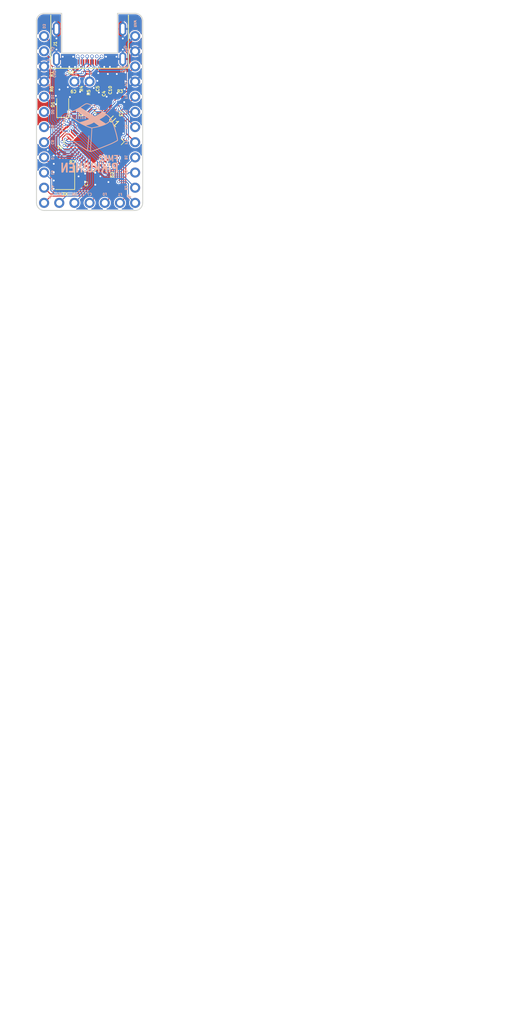
<source format=kicad_pcb>
(kicad_pcb (version 20210623) (generator pcbnew)
  (title_block (title "FMKC Pro Micro") (date "2021-08-29") (rev "C"))
  (layers (0 "F.Cu" signal) (31 "B.Cu" signal) (34 "B.Paste" user) (35 "F.Paste" user) (36 "B.SilkS" user "B.Silkscreen") (37 "F.SilkS" user "F.Silkscreen") (38 "B.Mask" user) (39 "F.Mask" user) (44 "Edge.Cuts" user))
  (net 0 "")
  (net 1 "VCC")
  (net 2 "GND")
  (net 3 "Net-(C8-Pad1)")
  (net 4 "Net-(C9-Pad1)")
  (net 5 "Net-(J1-PadA5)")
  (net 6 "Net-(J1-PadB5)")
  (net 7 "/RESET")
  (net 8 "/PF4")
  (net 9 "/PF5")
  (net 10 "/PF6")
  (net 11 "/PF7")
  (net 12 "/PB1")
  (net 13 "/PB3")
  (net 14 "/PB2")
  (net 15 "/PB6")
  (net 16 "/PB5")
  (net 17 "/PB4")
  (net 18 "/PE6")
  (net 19 "/PD7")
  (net 20 "/PC6")
  (net 21 "/PD4")
  (net 22 "/PD0")
  (net 23 "/PD1")
  (net 24 "/PD2")
  (net 25 "/PD3")
  (net 26 "/PF1")
  (net 27 "/PF0")
  (net 28 "/PC7")
  (net 29 "/PB7")
  (net 30 "/D-")
  (net 31 "/D+")
  (net 32 "Net-(C7-Pad1)")
  (net 33 "Net-(R4-Pad1)")
  (net 34 "Net-(R5-Pad1)")
  (net 35 "Net-(C10-Pad1)")
  (net 36 "VBUS")
  (net 37 "Net-(J1-PadA8)")
  (net 38 "Net-(J1-PadA10)")
  (net 39 "Net-(J1-PadA11)")
  (net 40 "Net-(J1-PadB3)")
  (net 41 "Net-(J1-PadB2)")
  (net 42 "Net-(J1-PadA3)")
  (net 43 "Net-(J1-PadA2)")
  (net 44 "Net-(J1-PadB10)")
  (net 45 "Net-(J1-PadB11)")
  (net 46 "Net-(J1-PadB8)")
  (net 47 "/PD5")
  (net 48 "Net-(U1-Pad8)")
  (net 49 "Net-(U1-Pad26)")
  (footprint "Capacitor_SMD:C_0402_1005Metric" (layer "F.Cu") (at 25.3 48.2)
    (fp_text reference "C8")
    (fp_text value "22p")
  )
  (footprint "Capacitor_SMD:C_0402_1005Metric" (layer "F.Cu") (at 28.3 52 90)
    (fp_text reference "C7")
    (fp_text value "22p")
  )
  (footprint "Crystal:Crystal_SMD_SeikoEpson_FA238-4Pin_3.2x2.5mm" (layer "F.Cu") (at 25.9 51 90)
    (fp_text reference "X1")
    (fp_text value "16MHz")
  )
  (footprint "Resistor_SMD:R_0402_1005Metric" (layer "F.Cu") (at 28.65 37.85 90)
    (fp_text reference "R4")
    (fp_text value "22")
  )
  (footprint "Resistor_SMD:R_0402_1005Metric" (layer "F.Cu") (at 29.85 38.5 90)
    (fp_text reference "R5")
    (fp_text value "22")
  )
  (footprint "Resistor_SMD:R_0402_1005Metric" (layer "F.Cu") (at 25.15 35.5)
    (fp_text reference "R6")
    (fp_text value "10k")
  )
  (footprint "Capacitor_SMD:C_0402_1005Metric" (layer "F.Cu") (at 27.45 38.1 90)
    (fp_text reference "C9")
    (fp_text value "1u")
  )
  (footprint "Capacitor_SMD:C_0402_1005Metric" (layer "F.Cu") (at 32.25 38.75 90)
    (fp_text reference "C4")
    (fp_text value "0u1")
  )
  (footprint "Diode_SMD:D_PowerDI-123" (layer "F.Cu") (at 25.5 38.75 90)
    (fp_text reference "D1")
    (fp_text value "D_Schottky")
  )
  (footprint "Capacitor_SMD:C_0402_1005Metric" (layer "F.Cu") (at 27.4 40.3 90)
    (fp_text reference "C6")
    (fp_text value "4u7")
  )
  (footprint "Resistor_SMD:R_0402_1005Metric" (layer "F.Cu") (at 35.1 37.6)
    (fp_text reference "R3")
    (fp_text value "10k")
  )
  (footprint "usb-type-c:CX70M-24P1" (layer "F.Cu") (at 30 23.49 90)
    (fp_text reference "J1")
    (fp_text value "USB-C")
    (fp_line (start -6.65 4.67) (end -6.65 -4.67) (layer "Edge.Cuts") (width 0.15))
    (fp_line (start 0 -4.67) (end 0 -7.62) (layer "Edge.Cuts") (width 0.15))
    (fp_line (start 0 7.62) (end 0 4.67) (layer "Edge.Cuts") (width 0.15))
    (fp_line (start 0 4.67) (end -6.65 4.67) (layer "Edge.Cuts") (width 0.15))
    (fp_line (start -6.65 -4.67) (end 0 -4.67) (layer "Edge.Cuts") (width 0.15))
  )
  (footprint "pins:Pins5" (layer "F.Cu") (at 35.08 55.24 -90)
    (fp_text reference "J5" hide)
    (fp_text value "01x05" hide)
  )
  (footprint "pins:Pins2" (layer "F.Cu") (at 27.46 34.92 90)
    (fp_text reference "J2" hide)
    (fp_text value "01x02" hide)
  )
  (footprint "pins:Pins12" (layer "F.Cu") (at 22.38 55.24 180)
    (fp_text reference "J4" hide)
    (fp_text value "01x12" hide)
  )
  (footprint "pins:Pins12" (layer "F.Cu") (at 37.62 27.3)
    (fp_text reference "J3" hide)
    (fp_text value "01x12" hide)
  )
  (footprint "Resistor_SMD:R_0402_1005Metric" (layer "F.Cu") (at 25.15 33.1)
    (fp_text reference "R2")
    (fp_text value "5k1")
  )
  (footprint "Resistor_SMD:R_0402_1005Metric" (layer "F.Cu") (at 25.15 34.3)
    (fp_text reference "R1")
    (fp_text value "5k1")
  )
  (footprint "fmkc:QFN-44-1EP_7x7mm_P0.5mm_EP5.2x5.2mm_FORK" (layer "F.Cu") (at 30.7 45 -45)
    (fp_text reference "U1")
    (fp_text value "ATmega32U4")
  )
  (footprint "Capacitor_SMD:C_0402_1005Metric" (layer "F.Cu") (at 31.05 37.9 90)
    (fp_text reference "C5")
    (fp_text value "0u1")
  )
  (footprint "Capacitor_SMD:C_0402_1005Metric" (layer "F.Cu") (at 35.2 42.1 -90)
    (fp_text reference "C3")
    (fp_text value "0u1")
  )
  (footprint "Capacitor_SMD:C_0402_1005Metric" (layer "F.Cu") (at 32.55 50.55 -90)
    (fp_text reference "C2")
    (fp_text value "0u1")
  )
  (footprint "Capacitor_SMD:C_0402_1005Metric" (layer "F.Cu") (at 25.3 47 180)
    (fp_text reference "C1")
    (fp_text value "0u1")
  )
  (footprint "Capacitor_SMD:C_0402_1005Metric" (layer "F.Cu") (at 33.45 38.55 90)
    (fp_text reference "C10")
    (fp_text value "0u1")
  )
  (footprint "fmkc:pikkuinen" (layer "B.Cu") (at 30.01 41.32 180)
    (fp_text reference "G***" hide)
    (fp_text value "LOGO" hide)
  )
  (gr_line (start 23.4468 35.9868) (end 23.4468 31.3132) (angle 90) (layer "B.SilkS") (width 0.15))
  (gr_line (start 36.604 32.4816) (end 34.572 32.4816) (angle 90) (layer "B.SilkS") (width 0.15))
  (gr_line (start 23.4468 31.3132) (end 22.888 31.3132) (angle 90) (layer "B.SilkS") (width 0.15))
  (gr_line (start 22.888 35.5868) (end 23.4468 35.5868) (angle 90) (layer "B.SilkS") (width 0.15))
  (gr_arc (start 22.38 55.24) (end 22.38 56.51) (angle 90) (layer "Edge.Cuts") (width 0.15))
  (gr_arc (start 37.62 24.76) (end 37.62 23.49) (angle 90) (layer "Edge.Cuts") (width 0.15))
  (gr_line (start 21.11 24.76) (end 21.11 55.24) (angle 90) (layer "Edge.Cuts") (width 0.15))
  (gr_arc (start 37.62 55.24) (end 38.89 55.24) (angle 90) (layer "Edge.Cuts") (width 0.15))
  (gr_line (start 38.89 55.24) (end 38.89 24.76) (angle 90) (layer "Edge.Cuts") (width 0.15))
  (gr_line (start 22.38 56.51) (end 37.62 56.51) (angle 90) (layer "Edge.Cuts") (width 0.15))
  (gr_arc (start 22.38 24.76) (end 21.11 24.76) (angle 90) (layer "Edge.Cuts") (width 0.15))
  (gr_text "F0" (at 32.54 53.8176) (layer "B.SilkS") (effects (font (size 0.4 0.4) (thickness 0.1)) (justify mirror)))
  (gr_text "E6" (at 23.8024 50.16 270) (layer "B.SilkS") (effects (font (size 0.4 0.4) (thickness 0.1)) (justify mirror)))
  (gr_text "B5" (at 23.14 54.5 45) (layer "B.SilkS") (effects (font (size 0.4 0.4) (thickness 0.1)) (justify right mirror)))
  (gr_text "B2" (at 36.09 52.71 270) (layer "B.SilkS") (effects (font (size 0.4 0.4) (thickness 0.1)) (justify mirror)))
  (gr_text "B3" (at 36.096 50.16 270) (layer "B.SilkS") (effects (font (size 0.4 0.4) (thickness 0.1)) (justify mirror)))
  (gr_text "D1" (at 23.8024 37.46 270) (layer "B.SilkS") (effects (font (size 0.4 0.4) (thickness 0.1)) (justify mirror)))
  (gr_text "D2" (at 23.523 29.84 240) (layer "B.SilkS") (effects (font (size 0.4 0.4) (thickness 0.1)) (justify left mirror)))
  (gr_text "GND" (at 24.1072 33.65 270) (layer "B.SilkS") (effects (font (size 0.4 0.4) (thickness 0.1)) (justify mirror)))
  (gr_text "D4" (at 23.8024 42.54 270) (layer "B.SilkS") (effects (font (size 0.4 0.4) (thickness 0.1)) (justify mirror)))
  (gr_text "D7" (at 23.8024 47.62 270) (layer "B.SilkS") (effects (font (size 0.4 0.4) (thickness 0.1)) (justify mirror)))
  (gr_text "D0" (at 23.8024 40 270) (layer "B.SilkS") (effects (font (size 0.4 0.4) (thickness 0.1)) (justify mirror)))
  (gr_text "D+" (at 27.46 33.5484) (layer "B.SilkS") (effects (font (size 0.4 0.4) (thickness 0.1)) (justify mirror)))
  (gr_text "GND" (at 36.4516 30.0432 300) (layer "B.SilkS") (effects (font (size 0.4 0.4) (thickness 0.1)) (justify left mirror)))
  (gr_text "RST" (at 35.6388 33.1928) (layer "B.SilkS") (effects (font (size 0.4 0.4) (thickness 0.1)) (justify mirror)))
  (gr_text "C6" (at 23.8024 45.08 270) (layer "B.SilkS") (effects (font (size 0.4 0.4) (thickness 0.1)) (justify mirror)))
  (gr_text "VCC" (at 36.096 35.174 270) (layer "B.SilkS") (effects (font (size 0.4 0.4) (thickness 0.1)) (justify mirror)))
  (gr_text "F4" (at 36.096 37.46 270) (layer "B.SilkS") (effects (font (size 0.4 0.4) (thickness 0.1)) (justify mirror)))
  (gr_text "F5" (at 36.096 40 270) (layer "B.SilkS") (effects (font (size 0.4 0.4) (thickness 0.1)) (justify mirror)))
  (gr_text "F6" (at 36.096 42.4892 270) (layer "B.SilkS") (effects (font (size 0.4 0.4) (thickness 0.1)) (justify mirror)))
  (gr_text "F7" (at 36.096 45.08 270) (layer "B.SilkS") (effects (font (size 0.4 0.4) (thickness 0.1)) (justify mirror)))
  (gr_text "B1" (at 36.096 47.62 270) (layer "B.SilkS") (effects (font (size 0.4 0.4) (thickness 0.1)) (justify mirror)))
  (gr_text "D-" (at 30 33.5484) (layer "B.SilkS") (effects (font (size 0.4 0.4) (thickness 0.1)) (justify mirror)))
  (gr_text "C7" (at 30 53.8176) (layer "B.SilkS") (effects (font (size 0.4 0.4) (thickness 0.1)) (justify mirror)))
  (gr_text "D3" (at 22.38 25.649 270) (layer "B.SilkS") (effects (font (size 0.4 0.4) (thickness 0.1)) (justify mirror)))
  (gr_text "B4" (at 23.8 52.68 270) (layer "B.SilkS") (effects (font (size 0.4 0.4) (thickness 0.1)) (justify mirror)))
  (gr_text "B6" (at 36.88 54.5 315) (layer "B.SilkS") (effects (font (size 0.4 0.4) (thickness 0.1)) (justify left mirror)))
  (gr_text "F1" (at 35.09 53.85) (layer "B.SilkS") (effects (font (size 0.4 0.4) (thickness 0.1)) (justify mirror)))
  (gr_text "D6" (at 27.46 53.8176) (layer "B.SilkS") (effects (font (size 0.4 0.4) (thickness 0.1)) (justify mirror)))
  (gr_text "B7" (at 24.92 53.8176) (layer "B.SilkS") (effects (font (size 0.4 0.4) (thickness 0.1)) (justify mirror)))
  (gr_text "RAW" (at 37.62 25.2172 270) (layer "B.SilkS") (effects (font (size 0.4 0.4) (thickness 0.1)) (justify mirror)))
  (segment (start 33.25 49.4) (end 33.45 49.2) (width 0.16) (layer "F.Cu") (net 1))
  (segment (start 31.05 40.612384) (end 30.85 40.4) (width 0.16) (layer "F.Cu") (net 1))
  (segment (start 35.215 41.615) (end 35.2 41.615) (width 0.16) (layer "F.Cu") (net 1))
  (segment (start 32.55 50.065) (end 32.55 49.678427) (width 0.16) (layer "F.Cu") (net 1))
  (segment (start 35.585 37.6) (end 35.585 38.135) (width 0.16) (layer "F.Cu") (net 1))
  (segment (start 30.9 40.45) (end 31.05 40.612384) (width 0.16) (layer "F.Cu") (net 1))
  (segment (start 35.35 43.885534) (end 34.836575 44.398959) (width 0.16) (layer "F.Cu") (net 1))
  (segment (start 32.271573 49.4) (end 31.654594 48.783021) (width 0.16) (layer "F.Cu") (net 1))
  (segment (start 35.8 42.2) (end 35.215 41.615) (width 0.16) (layer "F.Cu") (net 1))
  (segment (start 35.585 38.135) (end 35.8 38.35) (width 0.16) (layer "F.Cu") (net 1))
  (segment (start 26 42.65) (end 24.5 44.15) (width 0.31) (layer "F.Cu") (net 1))
  (segment (start 31.05 40.6) (end 30.85 40.4) (width 0.16) (layer "F.Cu") (net 1))
  (segment (start 25.5 39.6) (end 25.5 40.05) (width 0.31) (layer "F.Cu") (net 1))
  (segment (start 32.25 39.65) (end 32.25 39.235) (width 0.16) (layer "F.Cu") (net 1))
  (segment (start 24.5 44.15) (end 24.5 45.7) (width 0.31) (layer "F.Cu") (net 1))
  (segment (start 35.364466 43.885534) (end 35.65 43.6) (width 0.16) (layer "F.Cu") (net 1))
  (segment (start 24.5 45.7) (end 25.785 46.985) (width 0.31) (layer "F.Cu") (net 1))
  (segment (start 35.8 43.45) (end 35.8 42.2) (width 0.16) (layer "F.Cu") (net 1))
  (segment (start 26.05 42.6) (end 26.2 42.6) (width 0.31) (layer "F.Cu") (net 1))
  (segment (start 31.673021 48.793021) (end 31.654594 48.793021) (width 0.16) (layer "F.Cu") (net 1))
  (segment (start 31.05 40.612384) (end 31.05 40.6) (width 0.16) (layer "F.Cu") (net 1))
  (segment (start 25.785 46.985) (end 25.785 47) (width 0.31) (layer "F.Cu") (net 1))
  (segment (start 33.25 49.4) (end 32.271573 49.4) (width 0.16) (layer "F.Cu") (net 1))
  (segment (start 31.75 40.15) (end 32.25 39.65) (width 0.16) (layer "F.Cu") (net 1))
  (segment (start 30.9 40.45) (end 31.2 40.15) (width 0.16) (layer "F.Cu") (net 1))
  (segment (start 26.57868 47) (end 25.785 47) (width 0.16) (layer "F.Cu") (net 1))
  (segment (start 30.9 40.45) (end 31.301041 40.863425) (width 0.16) (layer "F.Cu") (net 1))
  (segment (start 27.270532 46.308148) (end 26.57868 47) (width 0.16) (layer "F.Cu") (net 1))
  (segment (start 25.5 40.05) (end 26.8 41.35) (width 0.31) (layer "F.Cu") (net 1))
  (segment (start 26.8 42) (end 26.8 41.35) (width 0.31) (layer "F.Cu") (net 1))
  (segment (start 26.2 42.6) (end 26.75 42.05) (width 0.31) (layer "F.Cu") (net 1))
  (segment (start 35.35 43.885534) (end 35.364466 43.885534) (width 0.16) (layer "F.Cu") (net 1))
  (segment (start 32.55 49.678427) (end 32.271573 49.4) (width 0.16) (layer "F.Cu") (net 1))
  (segment (start 26.75 42.05) (end 26.8 42) (width 0.31) (layer "F.Cu") (net 1))
  (segment (start 31.2 40.15) (end 31.75 40.15) (width 0.16) (layer "F.Cu") (net 1))
  (segment (start 25.785 47) (end 25.7 47) (width 0.16) (layer "F.Cu") (net 1))
  (segment (start 30.9 40.45) (end 31.05 40.6) (width 0.16) (layer "F.Cu") (net 1))
  (segment (start 26 42.65) (end 26.05 42.6) (width 0.31) (layer "F.Cu") (net 1))
  (segment (start 35.65 43.6) (end 35.8 43.45) (width 0.16) (layer "F.Cu") (net 1))
  (via (at 35.8 38.35) (size 0.5) (drill 0.3) (layers "F.Cu" "B.Cu") (net 1))
  (via (at 33.45 49.2) (size 0.5) (drill 0.3) (layers "F.Cu" "B.Cu") (net 1))
  (via (at 35.65 43.6) (size 0.5) (drill 0.3) (layers "F.Cu" "B.Cu") (net 1))
  (via (at 30.9 40.45) (size 0.5) (drill 0.3) (layers "F.Cu" "B.Cu") (net 1))
  (via (at 26.8 41.35) (size 0.5) (drill 0.3) (layers "F.Cu" "B.Cu") (net 1))
  (segment (start 36.45 36.9) (end 36.45 36.09) (width 0.31) (layer "B.Cu") (net 1))
  (segment (start 30.9 40.45) (end 32.9 40.45) (width 0.31) (layer "B.Cu") (net 1))
  (segment (start 34.25 44.9) (end 35.55 43.6) (width 0.31) (layer "B.Cu") (net 1))
  (segment (start 30.9 40.45) (end 34.05 43.6) (width 0.31) (layer "B.Cu") (net 1))
  (segment (start 30 41.35) (end 30.9 40.45) (width 0.31) (layer "B.Cu") (net 1))
  (segment (start 33.45 49.2) (end 33.6 49.2) (width 0.31) (layer "B.Cu") (net 1))
  (segment (start 35.8 38.35) (end 35 38.35) (width 0.16) (layer "B.Cu") (net 1))
  (segment (start 36.45 36.09) (end 37.62 34.92) (width 0.31) (layer "B.Cu") (net 1))
  (segment (start 34.05 43.6) (end 35.65 43.6) (width 0.31) (layer "B.Cu") (net 1))
  (segment (start 33.6 49.2) (end 34.25 48.55) (width 0.31) (layer "B.Cu") (net 1))
  (segment (start 26.8 41.35) (end 30 41.35) (width 0.31) (layer "B.Cu") (net 1))
  (segment (start 32.9 40.45) (end 35 38.35) (width 0.31) (layer "B.Cu") (net 1))
  (segment (start 35 38.35) (end 36.45 36.9) (width 0.31) (layer "B.Cu") (net 1))
  (segment (start 35.55 43.6) (end 35.65 43.6) (width 0.31) (layer "B.Cu") (net 1))
  (segment (start 34.25 48.55) (end 34.25 44.9) (width 0.31) (layer "B.Cu") (net 1))
  (segment (start 35.55 29.55) (end 35.55 27.7) (width 0.16) (layer "F.Cu") (net 2))
  (segment (start 35.55 27.7) (end 35.55 26.09) (width 0.16) (layer "F.Cu") (net 2))
  (segment (start 24.45 27.7) (end 24.45 26.09) (width 0.16) (layer "F.Cu") (net 2))
  (segment (start 24.45 29.55) (end 24.45 27.7) (width 0.16) (layer "F.Cu") (net 2))
  (segment (start 28.35 38.95) (end 28.05 38.65) (width 0.16) (layer "F.Cu") (net 2))
  (segment (start 27.25 39.15) (end 27.1 39.15) (width 0.16) (layer "F.Cu") (net 2))
  (segment (start 23.15 33.15) (end 22.38 32.38) (width 0.16) (layer "F.Cu") (net 2))
  (segment (start 28.3 51.515) (end 28.865 51.515) (width 0.16) (layer "F.Cu") (net 2))
  (segment (start 33.4 32.45) (end 33.7 32.45) (width 0.16) (layer "F.Cu") (net 2))
  (segment (start 24.665 33.1) (end 24.665 34.3) (width 0.16) (layer "F.Cu") (net 2))
  (segment (start 32.45 32.45) (end 32.3 32.45) (width 0.16) (layer "F.Cu") (net 2))
  (segment (start 33.4 31.615) (end 33.4 32.45) (width 0.16) (layer "F.Cu") (net 2))
  (segment (start 26.3 32.45) (end 26.6 32.45) (width 0.16) (layer "F.Cu") (net 2))
  (segment (start 32.85 38.15) (end 32.935 38.065) (width 0.16) (layer "F.Cu") (net 2))
  (segment (start 24.665 34.3) (end 24.665 35.5) (width 0.16) (layer "F.Cu") (net 2))
  (segment (start 26.7 47.585787) (end 26.7 48.05) (width 0.16) (layer "F.Cu") (net 2))
  (segment (start 27.624086 46.661701) (end 26.7 47.585787) (width 0.16) (layer "F.Cu") (net 2))
  (segment (start 32.25 38.265) (end 32.765 38.265) (width 0.16) (layer "F.Cu") (net 2))
  (segment (start 32.535 51.035) (end 32.55 51.035) (width 0.16) (layer "F.Cu") (net 2))
  (segment (start 25.1 53) (end 25.1 52.1) (width 0.16) (layer "F.Cu") (net 2))
  (segment (start 26.085 31.615) (end 26.085 32.235) (width 0.16) (layer "F.Cu") (net 2))
  (segment (start 27.45 37.615) (end 27.45 36.9) (width 0.16) (layer "F.Cu") (net 2))
  (segment (start 25.1 51.2) (end 25.1 52.1) (width 0.16) (layer "F.Cu") (net 2))
  (segment (start 25.15 53.05) (end 25.1 53) (width 0.16) (layer "F.Cu") (net 2))
  (segment (start 25.1 52.1) (end 24.3 52.1) (width 0.16) (layer "F.Cu") (net 2))
  (segment (start 28.05 38.65) (end 28.05 37.7) (width 0.16) (layer "F.Cu") (net 2))
  (segment (start 30.7 45) (end 33.528427 45) (width 0.16) (layer "F.Cu") (net 2))
  (segment (start 25.7 47.6) (end 25.785 47.685) (width 0.16) (layer "F.Cu") (net 2))
  (segment (start 33.915 32.235) (end 33.915 31.615) (width 0.16) (layer "F.Cu") (net 2))
  (segment (start 36.32 31.14) (end 37.62 29.84) (width 0.16) (layer "F.Cu") (net 2))
  (segment (start 24.45 31.14) (end 24.45 29.55) (width 0.16) (layer "F.Cu") (net 2))
  (segment (start 23.9 33.15) (end 23.95 33.1) (width 0.16) (layer "F.Cu") (net 2))
  (segment (start 33.528427 45) (end 34.483021 44.045406) (width 0.16) (layer "F.Cu") (net 2))
  (segment (start 28.35 41.942893) (end 28.35 38.95) (width 0.16) (layer "F.Cu") (net 2))
  (segment (start 29.15 52.85) (end 28.95 53.05) (width 0.16) (layer "F.Cu") (net 2))
  (segment (start 31.95 50.45) (end 31.95 49.785534) (width 0.16) (layer "F.Cu") (net 2))
  (segment (start 25.665 31.615) (end 25.45 31.4) (width 0.16) (layer "F.Cu") (net 2))
  (segment (start 26.55 48.2) (end 25.785 48.2) (width 0.16) (layer "F.Cu") (net 2))
  (segment (start 31.05 37.415) (end 31.915 37.415) (width 0.16) (layer "F.Cu") (net 2))
  (segment (start 24.815 47) (end 24.815 47.515) (width 0.16) (layer "F.Cu") (net 2))
  (segment (start 23.95 33.1) (end 24.665 33.1) (width 0.16) (layer "F.Cu") (net 2))
  (segment (start 32.2 31.615) (end 32.2 32.2) (width 0.16) (layer "F.Cu") (net 2))
  (segment (start 26.5 51) (end 25.3 51) (width 0.16) (layer "F.Cu") (net 2))
  (segment (start 23.15 34.15) (end 23.15 33.15) (width 0.16) (layer "F.Cu") (net 2))
  (segment (start 28.684746 42.277639) (end 30.7 44.292893) (width 0.16) (layer "F.Cu") (net 2))
  (segment (start 31.654594 41.216979) (end 30.7 42.171573) (width 0.16) (layer "F.Cu") (net 2))
  (segment (start 27.8 32.2) (end 27.55 32.45) (width 0.16) (layer "F.Cu") (net 2))
  (segment (start 27.4 39.3) (end 27.25 39.15) (width 0.16) (layer "F.Cu") (net 2))
  (segment (start 34.55 31.35) (end 34.76 31.14) (width 0.16) (layer "F.Cu") (net 2))
  (segment (start 33.7 32.45) (end 33.915 32.235) (width 0.16) (layer "F.Cu") (net 2))
  (segment (start 26.085 32.235) (end 26.3 32.45) (width 0.16) (layer "F.Cu") (net 2))
  (segment (start 25.45 31.4) (end 25.45 31.35) (width 0.16) (layer "F.Cu") (net 2))
  (segment (start 30.7 45) (end 29.285787 45) (width 0.16) (layer "F.Cu") (net 2))
  (segment (start 26.7 48.05) (end 26.55 48.2) (width 0.16) (layer "F.Cu") (net 2))
  (segment (start 24.35 47.6) (end 24.9 47.6) (width 0.16) (layer "F.Cu") (net 2))
  (segment (start 28.684746 42.277639) (end 28.35 41.942893) (width 0.16) (layer "F.Cu") (net 2))
  (segment (start 32.15 40.25) (end 32.85 39.55) (width 0.16) (layer "F.Cu") (net 2))
  (segment (start 31.915 37.415) (end 32.25 37.75) (width 0.16) (layer "F.Cu") (net 2))
  (segment (start 25.24 31.14) (end 24.45 31.14) (width 0.16) (layer "F.Cu") (net 2))
  (segment (start 25.45 31.35) (end 25.24 31.14) (width 0.16) (layer "F.Cu") (net 2))
  (segment (start 26.6 31.615) (end 26.6 32.45) (width 0.16) (layer "F.Cu") (net 2))
  (segment (start 34.76 31.14) (end 35.55 31.14) (width 0.16) (layer "F.Cu") (net 2))
  (segment (start 31.05 37.415) (end 30.535 37.415) (width 0.16) (layer "F.Cu") (net 2))
  (segment (start 28.05 37.7) (end 27.965 37.615) (width 0.16) (layer "F.Cu") (net 2))
  (segment (start 30.7 44.292893) (end 30.7 45) (width 0.16) (layer "F.Cu") (net 2))
  (segment (start 32.85 38.35) (end 32.85 38.15) (width 0.16) (layer "F.Cu") (net 2))
  (segment (start 35.2 42.585) (end 35.2 43.328427) (width 0.16) (layer "F.Cu") (net 2))
  (segment (start 31.95 49.785534) (end 31.301041 49.136575) (width 0.16) (layer "F.Cu") (net 2))
  (segment (start 30.7 42.171573) (end 30.7 45) (width 0.16) (layer "F.Cu") (net 2))
  (segment (start 34.335 31.615) (end 34.55 31.4) (width 0.16) (layer "F.Cu") (net 2))
  (segment (start 28.95 53.05) (end 25.15 53.05) (width 0.16) (layer "F.Cu") (net 2))
  (segment (start 31.301041 49.136575) (end 30.7 48.535534) (width 0.16) (layer "F.Cu") (net 2))
  (segment (start 27.4 39.815) (end 27.4 39.3) (width 0.16) (layer "F.Cu") (net 2))
  (segment (start 29.285787 45) (end 27.624086 46.661701) (width 0.16) (layer "F.Cu") (net 2))
  (segment (start 23.15 33.15) (end 23.9 33.15) (width 0.16) (layer "F.Cu") (net 2))
  (segment (start 33.915 31.615) (end 34.335 31.615) (width 0.16) (layer "F.Cu") (net 2))
  (segment (start 27.965 37.615) (end 27.45 37.615) (width 0.16) (layer "F.Cu") (net 2))
  (segment (start 32.765 38.265) (end 32.85 38.35) (width 0.16) (layer "F.Cu") (net 2))
  (segment (start 32.2 32.2) (end 32.45 32.45) (width 0.16) (layer "F.Cu") (net 2))
  (segment (start 31.95 50.45) (end 32.535 51.035) (width 0.16) (layer "F.Cu") (net 2))
  (segment (start 27.1 39.15) (end 26.85 38.9) (width 0.16) (layer "F.Cu") (net 2))
  (segment (start 30.7 48.535534) (end 30.7 45) (width 0.16) (layer "F.Cu") (net 2))
  (segment (start 24.815 47.515) (end 24.9 47.6) (width 0.16) (layer "F.Cu") (net 2))
  (segment (start 30.535 37.415) (end 30.45 37.5) (width 0.16) (layer "F.Cu") (net 2))
  (segment (start 35.2 43.328427) (end 34.483021 44.045406) (width 0.16) (layer "F.Cu") (net 2))
  (segment (start 34.55 31.4) (end 34.55 31.35) (width 0.16) (layer "F.Cu") (net 2))
  (segment (start 32.935 38.065) (end 33.45 38.065) (width 0.16) (layer "F.Cu") (net 2))
  (segment (start 31.654594 41.216979) (end 32.15 40.721573) (width 0.16) (layer "F.Cu") (net 2))
  (segment (start 27.8 31.615) (end 27.8 32.2) (width 0.16) (layer "F.Cu") (net 2))
  (segment (start 22.38 34.92) (end 23.15 34.15) (width 0.16) (layer "F.Cu") (net 2))
  (segment (start 25.785 47.685) (end 25.785 48.2) (width 0.16) (layer "F.Cu") (net 2))
  (segment (start 25.3 51) (end 25.1 51.2) (width 0.16) (layer "F.Cu") (net 2))
  (segment (start 32.15 40.721573) (end 32.15 40.25) (width 0.16) (layer "F.Cu") (net 2))
  (segment (start 34.235534 45) (end 34.836575 45.601041) (width 0.16) (layer "F.Cu") (net 2))
  (segment (start 35.55 31.14) (end 35.55 29.55) (width 0.16) (layer "F.Cu") (net 2))
  (segment (start 24.9 47.6) (end 25.7 47.6) (width 0.16) (layer "F.Cu") (net 2))
  (segment (start 26.085 31.615) (end 25.665 31.615) (width 0.16) (layer "F.Cu") (net 2))
  (segment (start 30.45 37.5) (end 30.45 38.65) (width 0.16) (layer "F.Cu") (net 2))
  (segment (start 32.85 39.55) (end 32.85 38.35) (width 0.16) (layer "F.Cu") (net 2))
  (segment (start 30.7 45) (end 34.235534 45) (width 0.16) (layer "F.Cu") (net 2))
  (segment (start 32.25 37.75) (end 32.25 38.265) (width 0.16) (layer "F.Cu") (net 2))
  (segment (start 35.55 31.14) (end 36.32 31.14) (width 0.16) (layer "F.Cu") (net 2))
  (segment (start 24.25 52.05) (end 24.3 52.1) (width 0.16) (layer "F.Cu") (net 2))
  (segment (start 26.7 50.8) (end 26.5 51) (width 0.16) (layer "F.Cu") (net 2))
  (segment (start 26.7 49.9) (end 26.7 50.8) (width 0.16) (layer "F.Cu") (net 2))
  (via (at 24.45 29.55) (size 0.5) (drill 0.3) (layers "F.Cu" "B.Cu") (net 2))
  (via (at 30.95 52.2) (size 0.5) (drill 0.3) (layers "F.Cu" "B.Cu") (net 2))
  (via (at 35.55 29.55) (size 0.5) (drill 0.3) (layers "F.Cu" "B.Cu") (net 2))
  (via (at 35.85 36.2) (size 0.5) (drill 0.3) (layers "F.Cu" "B.Cu") (net 2))
  (via (at 31.45 33.5) (size 0.5) (drill 0.3) (layers "F.Cu" "B.Cu") (net 2))
  (via (at 34.5 30.75) (size 0.5) (drill 0.3) (layers "F.Cu" "B.Cu") (net 2))
  (via (at 26.6 32.45) (size 0.5) (drill 0.3) (layers "F.Cu" "B.Cu") (net 2))
  (via (at 24.35 37.3) (size 0.5) (drill 0.3) (layers "F.Cu" "B.Cu") (net 2))
  (via (at 24 47.3) (size 0.5) (drill 0.3) (layers "F.Cu" "B.Cu") (net 2))
  (via (at 24 52.9) (size 0.5) (drill 0.3) (layers "F.Cu" "B.Cu") (net 2))
  (via (at 26.7 37.5) (size 0.5) (drill 0.3) (layers "F.Cu" "B.Cu") (net 2))
  (via (at 36 34.9) (size 0.5) (drill 0.3) (layers "F.Cu" "B.Cu") (net 2))
  (via (at 32.75 30.75) (size 0.5) (drill 0.3) (layers "F.Cu" "B.Cu") (net 2))
  (via (at 27.25 30.75) (size 0.5) (drill 0.3) (layers "F.Cu" "B.Cu") (net 2))
  (via (at 29.25 51.75) (size 0.5) (drill 0.3) (layers "F.Cu" "B.Cu") (net 2))
  (via (at 25.5 30.75) (size 0.5) (drill 0.3) (layers "F.Cu" "B.Cu") (net 2))
  (via (at 31.55 36.75) (size 0.5) (drill 0.3) (layers "F.Cu" "B.Cu") (net 2))
  (via (at 34.85 32.45) (size 0.5) (drill 0.3) (layers "F.Cu" "B.Cu") (net 2))
  (via (at 32.45 32.45) (size 0.5) (drill 0.3) (layers "F.Cu" "B.Cu") (net 2))
  (via (at 26.35 35.85) (size 0.5) (drill 0.3) (layers "F.Cu" "B.Cu") (net 2))
  (via (at 29.25 50.35) (size 0.5) (drill 0.3) (layers "F.Cu" "B.Cu") (net 2))
  (via (at 34.65 36.85) (size 0.5) (drill 0.3) (layers "F.Cu" "B.Cu") (net 2))
  (via (at 31.8 50.8) (size 0.5) (drill 0.3) (layers "F.Cu" "B.Cu") (net 2))
  (via (at 35.55 27.7) (size 0.5) (drill 0.3) (layers "F.Cu" "B.Cu") (net 2))
  (via (at 24 50.1) (size 0.5) (drill 0.3) (layers "F.Cu" "B.Cu") (net 2))
  (via (at 24 48.7) (size 0.5) (drill 0.3) (layers "F.Cu" "B.Cu") (net 2))
  (via (at 24.95 36.25) (size 0.5) (drill 0.3) (layers "F.Cu" "B.Cu") (net 2))
  (via (at 24 51.5) (size 0.5) (drill 0.3) (layers "F.Cu" "B.Cu") (net 2))
  (via (at 23 46.35) (size 0.5) (drill 0.3) (layers "F.Cu" "B.Cu") (net 2))
  (via (at 24.45 27.7) (size 0.5) (drill 0.3) (layers "F.Cu" "B.Cu") (net 2))
  (via (at 24.35 38.7) (size 0.5) (drill 0.3) (layers "F.Cu" "B.Cu") (net 2))
  (via (at 36 33.4) (size 0.5) (drill 0.3) (layers "F.Cu" "B.Cu") (net 2))
  (via (at 28.15 49.6) (size 0.5) (drill 0.3) (layers "F.Cu" "B.Cu") (net 2))
  (via (at 28.15 50.8) (size 0.5) (drill 0.3) (layers "F.Cu" "B.Cu") (net 2))
  (via (at 27.55 32.45) (size 0.5) (drill 0.3) (layers "F.Cu" "B.Cu") (net 2))
  (via (at 30.7 36) (size 0.5) (drill 0.3) (layers "F.Cu" "B.Cu") (net 2))
  (via (at 33.05 33.65) (size 0.5) (drill 0.3) (layers "F.Cu" "B.Cu") (net 2))
  (via (at 33.4 32.45) (size 0.5) (drill 0.3) (layers "F.Cu" "B.Cu") (net 2))
  (via (at 33.15 51.75) (size 0.5) (drill 0.3) (layers "F.Cu" "B.Cu") (net 2))
  (via (at 28.4 36.65) (size 0.5) (drill 0.3) (layers "F.Cu" "B.Cu") (net 2))
  (via (at 32.85 37.45) (size 0.5) (drill 0.3) (layers "F.Cu" "B.Cu") (net 2))
  (via (at 29.75 36.9) (size 0.5) (drill 0.3) (layers "F.Cu" "B.Cu") (net 2))
  (via (at 30.95 50.2) (size 0.5) (drill 0.3) (layers "F.Cu" "B.Cu") (net 2))
  (via (at 31.3 34.8) (size 0.5) (drill 0.3) (layers "F.Cu" "B.Cu") (net 2))
  (via (at 34.55 33.65) (size 0.5) (drill 0.3) (layers "F.Cu" "B.Cu") (net 2))
  (via (at 25.15 32.45) (size 0.5) (drill 0.3) (layers "F.Cu" "B.Cu") (net 2))
  (segment (start 27.55 32.45) (end 26.6 32.45) (width 0.16) (layer "B.Cu") (net 2))
  (segment (start 25.7 35.15) (end 25.7 33.35) (width 0.16) (layer "B.Cu") (net 2))
  (segment (start 25.7 33.35) (end 26.6 32.45) (width 0.16) (layer "B.Cu") (net 2))
  (segment (start 32.45 32.45) (end 33.4 32.45) (width 0.16) (layer "B.Cu") (net 2))
  (segment (start 26.8 48.85) (end 27.15 48.5) (width 0.16) (layer "F.Cu") (net 3))
  (segment (start 27.55 47.442893) (end 27.977639 47.015254) (width 0.16) (layer "F.Cu") (net 3))
  (segment (start 26.05 48.85) (end 26.8 48.85) (width 0.16) (layer "F.Cu") (net 3))
  (segment (start 25.1 49.9) (end 25.1 49.8) (width 0.16) (layer "F.Cu") (net 3))
  (segment (start 25.1 49.8) (end 26.05 48.85) (width 0.16) (layer "F.Cu") (net 3))
  (segment (start 27.15 47.9) (end 27.55 47.5) (width 0.16) (layer "F.Cu") (net 3))
  (segment (start 27.15 48.5) (end 27.15 47.9) (width 0.16) (layer "F.Cu") (net 3))
  (segment (start 24.815 48.2) (end 24.815 49.615) (width 0.16) (layer "F.Cu") (net 3))
  (segment (start 24.815 49.615) (end 25.1 49.9) (width 0.16) (layer "F.Cu") (net 3))
  (segment (start 28 39.1) (end 28 42.3) (width 0.16) (layer "F.Cu") (net 4))
  (segment (start 27.485 38.585) (end 28 39.1) (width 0.16) (layer "F.Cu") (net 4))
  (segment (start 27.45 38.585) (end 27.485 38.585) (width 0.16) (layer "F.Cu") (net 4))
  (segment (start 28 42.3) (end 28.331192 42.631192) (width 0.16) (layer "F.Cu") (net 4))
  (segment (start 25.635 34.265) (end 26.25 33.65) (width 0.16) (layer "F.Cu") (net 5))
  (segment (start 30.75 32.8) (end 30.35 33.2) (width 0.16) (layer "F.Cu") (net 5))
  (segment (start 30.6 32.2) (end 30.6 31.615) (width 0.16) (layer "F.Cu") (net 5))
  (segment (start 30.6 32.2) (end 30.75 32.35) (width 0.16) (layer "F.Cu") (net 5))
  (segment (start 25.635 34.3) (end 25.635 34.265) (width 0.16) (layer "F.Cu") (net 5))
  (segment (start 30.35 33.2) (end 29 33.2) (width 0.16) (layer "F.Cu") (net 5))
  (segment (start 30.75 32.35) (end 30.75 32.8) (width 0.16) (layer "F.Cu") (net 5))
  (segment (start 26.25 33.65) (end 26.25 33.6) (width 0.16) (layer "F.Cu") (net 5))
  (segment (start 29 33.2) (end 28.8 33.4) (width 0.16) (layer "F.Cu") (net 5))
  (via (at 28.8 33.4) (size 0.5) (drill 0.3) (layers "F.Cu" "B.Cu") (net 5))
  (via (at 26.25 33.6) (size 0.5) (drill 0.3) (layers "F.Cu" "B.Cu") (net 5))
  (segment (start 26.25 33.6) (end 28.6 33.6) (width 0.16) (layer "B.Cu") (net 5))
  (segment (start 28.6 33.6) (end 28.8 33.4) (width 0.16) (layer "B.Cu") (net 5))
  (segment (start 25.635 33.1) (end 26.75 33.1) (width 0.16) (layer "F.Cu") (net 6))
  (via (at 26.75 33.1) (size 0.5) (drill 0.3) (layers "F.Cu" "B.Cu") (net 6))
  (segment (start 28.8 30.69) (end 28.75 30.74) (width 0.16) (layer "B.Cu") (net 6))
  (segment (start 28.75 30.74) (end 28.75 32.7) (width 0.16) (layer "B.Cu") (net 6))
  (segment (start 28.75 32.7) (end 28.35 33.1) (width 0.16) (layer "B.Cu") (net 6))
  (segment (start 26.75 33.1) (end 28.35 33.1) (width 0.16) (layer "B.Cu") (net 6))
  (segment (start 25.95 43.35) (end 26.1 43.2) (width 0.16) (layer "F.Cu") (net 7))
  (segment (start 35.2 37) (end 35.75 37) (width 0.16) (layer "F.Cu") (net 7))
  (segment (start 24.9 44.4) (end 25.95 43.35) (width 0.16) (layer "F.Cu") (net 7))
  (segment (start 36.5 33.5) (end 37.62 32.38) (width 0.16) (layer "F.Cu") (net 7))
  (segment (start 26.916979 45.954594) (end 26.571573 46.3) (width 0.16) (layer "F.Cu") (net 7))
  (segment (start 34.615 37.6) (end 34.615 37.585) (width 0.16) (layer "F.Cu") (net 7))
  (segment (start 25.75 46.3) (end 24.9 45.45) (width 0.16) (layer "F.Cu") (net 7))
  (segment (start 34.615 37.585) (end 35.2 37) (width 0.16) (layer "F.Cu") (net 7))
  (segment (start 34.2 38.05) (end 34.615 37.635) (width 0.16) (layer "F.Cu") (net 7))
  (segment (start 35.75 37) (end 36.5 36.25) (width 0.16) (layer "F.Cu") (net 7))
  (segment (start 34.2 38.3) (end 34.2 38.05) (width 0.16) (layer "F.Cu") (net 7))
  (segment (start 26.1 43.2) (end 26.45 43.2) (width 0.16) (layer "F.Cu") (net 7))
  (segment (start 24.9 45.45) (end 24.9 44.4) (width 0.16) (layer "F.Cu") (net 7))
  (segment (start 36.5 36.25) (end 36.5 33.5) (width 0.16) (layer "F.Cu") (net 7))
  (segment (start 34.615 37.635) (end 34.615 37.6) (width 0.16) (layer "F.Cu") (net 7))
  (segment (start 26.571573 46.3) (end 25.75 46.3) (width 0.16) (layer "F.Cu") (net 7))
  (via (at 34.2 38.3) (size 0.5) (drill 0.3) (layers "F.Cu" "B.Cu") (net 7))
  (via (at 26.45 43.2) (size 0.5) (drill 0.3) (layers "F.Cu" "B.Cu") (net 7))
  (segment (start 34.2 38.55) (end 34.2 38.3) (width 0.16) (layer "B.Cu") (net 7))
  (segment (start 30.65 39.95) (end 32.8 39.95) (width 0.16) (layer "B.Cu") (net 7))
  (segment (start 26.25 43.2) (end 25.45 43.2) (width 0.16) (layer "B.Cu") (net 7))
  (segment (start 25.45 43.2) (end 25.25 43) (width 0.16) (layer "B.Cu") (net 7))
  (segment (start 25.25 41.6) (end 26 40.85) (width 0.16) (layer "B.Cu") (net 7))
  (segment (start 26 40.85) (end 29.75 40.85) (width 0.16) (layer "B.Cu") (net 7))
  (segment (start 25.25 43) (end 25.25 41.6) (width 0.16) (layer "B.Cu") (net 7))
  (segment (start 32.8 39.95) (end 34.2 38.55) (width 0.16) (layer "B.Cu") (net 7))
  (segment (start 29.75 40.85) (end 30.65 39.95) (width 0.16) (layer "B.Cu") (net 7))
  (segment (start 34.4 40) (end 35.08 40) (width 0.16) (layer "F.Cu") (net 8))
  (segment (start 33.55 40.85) (end 33.55 42.15) (width 0.16) (layer "F.Cu") (net 8))
  (segment (start 35.08 40) (end 37.62 37.46) (width 0.16) (layer "F.Cu") (net 8))
  (segment (start 33.55 40.85) (end 34.4 40) (width 0.16) (layer "F.Cu") (net 8))
  (segment (start 33.55 42.15) (end 33.068808 42.631192) (width 0.16) (layer "F.Cu") (net 8))
  (segment (start 33.9 41) (end 34.55 40.35) (width 0.16) (layer "F.Cu") (net 9))
  (segment (start 36.2 40.35) (end 34.55 40.35) (width 0.16) (layer "F.Cu") (net 9))
  (segment (start 36.55 40) (end 36.2 40.35) (width 0.16) (layer "F.Cu") (net 9))
  (segment (start 37.62 40) (end 36.55 40) (width 0.16) (layer "F.Cu") (net 9))
  (segment (start 33.9 41) (end 33.9 42.507107) (width 0.16) (layer "F.Cu") (net 9))
  (segment (start 33.9 42.507107) (end 33.422361 42.984746) (width 0.16) (layer "F.Cu") (net 9))
  (segment (start 34.25 42.864213) (end 33.775914 43.338299) (width 0.16) (layer "F.Cu") (net 10))
  (segment (start 34.25 41.15) (end 34.7 40.7) (width 0.16) (layer "F.Cu") (net 10))
  (segment (start 35.78 40.7) (end 37.62 42.54) (width 0.16) (layer "F.Cu") (net 10))
  (segment (start 34.25 41.15) (end 34.25 42.864213) (width 0.16) (layer "F.Cu") (net 10))
  (segment (start 34.7 40.7) (end 35.78 40.7) (width 0.16) (layer "F.Cu") (net 10))
  (segment (start 34.85 41.05) (end 35.55 41.05) (width 0.16) (layer "F.Cu") (net 11))
  (segment (start 34.6 43.22132) (end 34.129468 43.691852) (width 0.16) (layer "F.Cu") (net 11))
  (segment (start 36.15 43.61) (end 37.62 45.08) (width 0.16) (layer "F.Cu") (net 11))
  (segment (start 35.55 41.05) (end 36.15 41.65) (width 0.16) (layer "F.Cu") (net 11))
  (segment (start 36.15 41.65) (end 36.15 43.61) (width 0.16) (layer "F.Cu") (net 11))
  (segment (start 34.6 41.3) (end 34.6 43.22132) (width 0.16) (layer "F.Cu") (net 11))
  (segment (start 34.6 41.3) (end 34.85 41.05) (width 0.16) (layer "F.Cu") (net 11))
  (segment (start 26.95 43.37132) (end 26.95 42.75) (width 0.16) (layer "F.Cu") (net 12))
  (segment (start 27.270532 43.691852) (end 26.95 43.37132) (width 0.16) (layer "F.Cu") (net 12))
  (segment (start 26.95 42.75) (end 26.9 42.7) (width 0.16) (layer "F.Cu") (net 12))
  (via (at 26.9 42.7) (size 0.5) (drill 0.3) (layers "F.Cu" "B.Cu") (net 12))
  (segment (start 35.19 50.05) (end 37.62 47.62) (width 0.16) (layer "B.Cu") (net 12))
  (segment (start 26.9 42.9) (end 32 48) (width 0.16) (layer "B.Cu") (net 12))
  (segment (start 32 48) (end 32 49.3) (width 0.16) (layer "B.Cu") (net 12))
  (segment (start 32.75 50.05) (end 35.19 50.05) (width 0.16) (layer "B.Cu") (net 12))
  (segment (start 26.9 42.7) (end 26.9 42.9) (width 0.16) (layer "B.Cu") (net 12))
  (segment (start 32 49.3) (end 32.75 50.05) (width 0.16) (layer "B.Cu") (net 12))
  (segment (start 26.362384 44.6) (end 26.563425 44.398959) (width 0.16) (layer "F.Cu") (net 13))
  (segment (start 25.95 44.6) (end 26.362384 44.6) (width 0.16) (layer "F.Cu") (net 13))
  (via (at 25.95 44.6) (size 0.5) (drill 0.3) (layers "F.Cu" "B.Cu") (net 13))
  (segment (start 31.65 49.45) (end 32.6 50.4) (width 0.16) (layer "B.Cu") (net 13))
  (segment (start 25.95 44.6) (end 26.35 45) (width 0.16) (layer "B.Cu") (net 13))
  (segment (start 36.35 50.4) (end 36.59 50.16) (width 0.16) (layer "B.Cu") (net 13))
  (segment (start 36.59 50.16) (end 37.62 50.16) (width 0.16) (layer "B.Cu") (net 13))
  (segment (start 28.5 45) (end 31.65 48.15) (width 0.16) (layer "B.Cu") (net 13))
  (segment (start 31.65 48.15) (end 31.65 49.45) (width 0.16) (layer "B.Cu") (net 13))
  (segment (start 32.6 50.4) (end 36.35 50.4) (width 0.16) (layer "B.Cu") (net 13))
  (segment (start 26.35 45) (end 28.5 45) (width 0.16) (layer "B.Cu") (net 13))
  (segment (start 26.1 43.7) (end 26.571573 43.7) (width 0.16) (layer "F.Cu") (net 14))
  (segment (start 26.571573 43.7) (end 26.916979 44.045406) (width 0.16) (layer "F.Cu") (net 14))
  (segment (start 25.45 44.35) (end 25.45 44.95) (width 0.16) (layer "F.Cu") (net 14))
  (segment (start 25.45 44.35) (end 26.1 43.7) (width 0.16) (layer "F.Cu") (net 14))
  (segment (start 25.45 44.95) (end 25.4 45) (width 0.16) (layer "F.Cu") (net 14))
  (via (at 25.4 45) (size 0.5) (drill 0.3) (layers "F.Cu" "B.Cu") (net 14))
  (segment (start 25.5 45.1) (end 25.95 45.1) (width 0.16) (layer "B.Cu") (net 14))
  (segment (start 37.62 52.7) (end 35.67 50.75) (width 0.16) (layer "B.Cu") (net 14))
  (segment (start 31.3 48.3) (end 28.35 45.35) (width 0.16) (layer "B.Cu") (net 14))
  (segment (start 28.35 45.35) (end 26.2 45.35) (width 0.16) (layer "B.Cu") (net 14))
  (segment (start 31.3 49.6) (end 31.3 48.3) (width 0.16) (layer "B.Cu") (net 14))
  (segment (start 35.67 50.75) (end 32.45 50.75) (width 0.16) (layer "B.Cu") (net 14))
  (segment (start 25.4 45) (end 25.5 45.1) (width 0.16) (layer "B.Cu") (net 14))
  (segment (start 32.45 50.75) (end 31.3 49.6) (width 0.16) (layer "B.Cu") (net 14))
  (segment (start 26.2 45.35) (end 25.95 45.1) (width 0.16) (layer "B.Cu") (net 14))
  (segment (start 35 48.55) (end 34.3 47.85) (width 0.16) (layer "F.Cu") (net 15))
  (segment (start 35 48.55) (end 35 51.55) (width 0.16) (layer "F.Cu") (net 15))
  (segment (start 35 51.55) (end 34.85 51.7) (width 0.16) (layer "F.Cu") (net 15))
  (segment (start 34.3 47.85) (end 34.3 47.185787) (width 0.16) (layer "F.Cu") (net 15))
  (segment (start 34.3 47.185787) (end 33.775914 46.661701) (width 0.16) (layer "F.Cu") (net 15))
  (via (at 34.85 51.7) (size 0.5) (drill 0.3) (layers "F.Cu" "B.Cu") (net 15))
  (segment (start 36.5 52.05) (end 36.5 54.12) (width 0.16) (layer "B.Cu") (net 15))
  (segment (start 36.5 54.12) (end 37.62 55.24) (width 0.16) (layer "B.Cu") (net 15))
  (segment (start 36.15 51.7) (end 36.5 52.05) (width 0.16) (layer "B.Cu") (net 15))
  (segment (start 34.85 51.7) (end 36.15 51.7) (width 0.16) (layer "B.Cu") (net 15))
  (segment (start 34.65 48.7) (end 33.95 48) (width 0.16) (layer "F.Cu") (net 16))
  (segment (start 23.52 54.1) (end 30.6 54.1) (width 0.16) (layer "F.Cu") (net 16))
  (segment (start 31.3 53.4) (end 33.4 53.4) (width 0.16) (layer "F.Cu") (net 16))
  (segment (start 34.35 51.45) (end 34.65 51.15) (width 0.16) (layer "F.Cu") (net 16))
  (segment (start 30.6 54.1) (end 31.3 53.4) (width 0.16) (layer "F.Cu") (net 16))
  (segment (start 34.65 51.15) (end 34.65 48.7) (width 0.16) (layer "F.Cu") (net 16))
  (segment (start 33.95 48) (end 33.95 47.542893) (width 0.16) (layer "F.Cu") (net 16))
  (segment (start 22.38 55.24) (end 23.52 54.1) (width 0.16) (layer "F.Cu") (net 16))
  (segment (start 33.4 53.4) (end 34.35 52.45) (width 0.16) (layer "F.Cu") (net 16))
  (segment (start 33.95 47.542893) (end 33.422361 47.015254) (width 0.16) (layer "F.Cu") (net 16))
  (segment (start 34.35 52.45) (end 34.35 51.45) (width 0.16) (layer "F.Cu") (net 16))
  (segment (start 34 51.3) (end 34 52.3) (width 0.16) (layer "F.Cu") (net 17))
  (segment (start 31.15 53.05) (end 30.45 53.75) (width 0.16) (layer "F.Cu") (net 17))
  (segment (start 23.43 53.75) (end 22.38 52.7) (width 0.16) (layer "F.Cu") (net 17))
  (segment (start 33.25 53.05) (end 31.15 53.05) (width 0.16) (layer "F.Cu") (net 17))
  (segment (start 33.6 48.15) (end 34.3 48.85) (width 0.16) (layer "F.Cu") (net 17))
  (segment (start 34.3 51) (end 34 51.3) (width 0.16) (layer "F.Cu") (net 17))
  (segment (start 33.068808 47.368808) (end 33.6 47.9) (width 0.16) (layer "F.Cu") (net 17))
  (segment (start 34.3 48.85) (end 34.3 51) (width 0.16) (layer "F.Cu") (net 17))
  (segment (start 34 52.3) (end 33.25 53.05) (width 0.16) (layer "F.Cu") (net 17))
  (segment (start 33.6 47.9) (end 33.6 48.15) (width 0.16) (layer "F.Cu") (net 17))
  (segment (start 30.45 53.75) (end 23.43 53.75) (width 0.16) (layer "F.Cu") (net 17))
  (segment (start 30.35 40.3) (end 30.35 40.612384) (width 0.16) (layer "F.Cu") (net 18))
  (segment (start 30.35 40.3) (end 30.35 40.25) (width 0.16) (layer "F.Cu") (net 18))
  (segment (start 30.35 40.25) (end 31.3 39.3) (width 0.16) (layer "F.Cu") (net 18))
  (segment (start 30.35 40.612384) (end 30.098959 40.863425) (width 0.16) (layer "F.Cu") (net 18))
  (via (at 31.3 39.3) (size 0.5) (drill 0.3) (layers "F.Cu" "B.Cu") (net 18))
  (segment (start 29.75 47.75) (end 28.2 46.2) (width 0.16) (layer "B.Cu") (net 18))
  (segment (start 24.9 41.45) (end 25.85 40.5) (width 0.16) (layer "B.Cu") (net 18))
  (segment (start 22.38 50.16) (end 23.5 51.28) (width 0.16) (layer "B.Cu") (net 18))
  (segment (start 25.85 40.5) (end 29.6 40.5) (width 0.16) (layer "B.Cu") (net 18))
  (segment (start 23.5 51.28) (end 23.5 53.15) (width 0.16) (layer "B.Cu") (net 18))
  (segment (start 27.95 53.75) (end 29.75 51.95) (width 0.16) (layer "B.Cu") (net 18))
  (segment (start 23.5 53.15) (end 24.1 53.75) (width 0.16) (layer "B.Cu") (net 18))
  (segment (start 24.9 45.45) (end 24.9 41.45) (width 0.16) (layer "B.Cu") (net 18))
  (segment (start 29.6 40.5) (end 30.5 39.6) (width 0.16) (layer "B.Cu") (net 18))
  (segment (start 28.2 46.2) (end 25.65 46.2) (width 0.16) (layer "B.Cu") (net 18))
  (segment (start 31 39.6) (end 31.3 39.3) (width 0.16) (layer "B.Cu") (net 18))
  (segment (start 30.5 39.6) (end 31 39.6) (width 0.16) (layer "B.Cu") (net 18))
  (segment (start 29.75 51.95) (end 29.75 47.75) (width 0.16) (layer "B.Cu") (net 18))
  (segment (start 24.1 53.75) (end 27.95 53.75) (width 0.16) (layer "B.Cu") (net 18))
  (segment (start 25.65 46.2) (end 24.9 45.45) (width 0.16) (layer "B.Cu") (net 18))
  (segment (start 33.95 48.957107) (end 32.715254 47.722361) (width 0.16) (layer "F.Cu") (net 19))
  (segment (start 33.1 52.7) (end 33.65 52.15) (width 0.16) (layer "F.Cu") (net 19))
  (segment (start 23.5 53.15) (end 23.75 53.4) (width 0.16) (layer "F.Cu") (net 19))
  (segment (start 33.65 51.15) (end 33.95 50.85) (width 0.16) (layer "F.Cu") (net 19))
  (segment (start 31 52.7) (end 33.1 52.7) (width 0.16) (layer "F.Cu") (net 19))
  (segment (start 33.95 50.85) (end 33.95 48.957107) (width 0.16) (layer "F.Cu") (net 19))
  (segment (start 22.38 47.62) (end 23.5 48.74) (width 0.16) (layer "F.Cu") (net 19))
  (segment (start 23.5 48.74) (end 23.5 53.15) (width 0.16) (layer "F.Cu") (net 19))
  (segment (start 23.75 53.4) (end 30.3 53.4) (width 0.16) (layer "F.Cu") (net 19))
  (segment (start 30.3 53.4) (end 31 52.7) (width 0.16) (layer "F.Cu") (net 19))
  (segment (start 33.65 52.15) (end 33.65 51.15) (width 0.16) (layer "F.Cu") (net 19))
  (segment (start 34.85 47.02868) (end 34.129468 46.308148) (width 0.16) (layer "F.Cu") (net 20))
  (segment (start 34.85 47.7) (end 34.85 47.02868) (width 0.16) (layer "F.Cu") (net 20))
  (segment (start 25.36 42.1) (end 22.38 45.08) (width 0.16) (layer "F.Cu") (net 20))
  (segment (start 25.75 42.1) (end 25.36 42.1) (width 0.16) (layer "F.Cu") (net 20))
  (via (at 25.75 42.1) (size 0.5) (drill 0.3) (layers "F.Cu" "B.Cu") (net 20))
  (via (at 34.85 47.7) (size 0.5) (drill 0.3) (layers "F.Cu" "B.Cu") (net 20))
  (segment (start 33.7 49.7) (end 34.85 48.55) (width 0.16) (layer "B.Cu") (net 20))
  (segment (start 32.35 47.85) (end 27.4 42.9) (width 0.16) (layer "B.Cu") (net 20))
  (segment (start 25.85 42.2) (end 25.75 42.1) (width 0.16) (layer "B.Cu") (net 20))
  (segment (start 27.15 42.2) (end 25.85 42.2) (width 0.16) (layer "B.Cu") (net 20))
  (segment (start 32.35 49.15) (end 32.9 49.7) (width 0.16) (layer "B.Cu") (net 20))
  (segment (start 32.9 49.7) (end 33.7 49.7) (width 0.16) (layer "B.Cu") (net 20))
  (segment (start 27.4 42.9) (end 27.4 42.45) (width 0.16) (layer "B.Cu") (net 20))
  (segment (start 27.4 42.45) (end 27.15 42.2) (width 0.16) (layer "B.Cu") (net 20))
  (segment (start 34.85 48.55) (end 34.85 47.7) (width 0.16) (layer "B.Cu") (net 20))
  (segment (start 32.35 47.85) (end 32.35 49.15) (width 0.16) (layer "B.Cu") (net 20))
  (segment (start 32.47868 48.9) (end 32.008148 48.429468) (width 0.16) (layer "F.Cu") (net 21))
  (segment (start 32.85 48.9) (end 32.47868 48.9) (width 0.16) (layer "F.Cu") (net 21))
  (segment (start 25.45 41.5) (end 24.41 42.54) (width 0.16) (layer "F.Cu") (net 21))
  (segment (start 24.41 42.54) (end 22.38 42.54) (width 0.16) (layer "F.Cu") (net 21))
  (segment (start 26.1 41.5) (end 25.45 41.5) (width 0.16) (layer "F.Cu") (net 21))
  (via (at 32.85 48.9) (size 0.5) (drill 0.3) (layers "F.Cu" "B.Cu") (net 21))
  (via (at 26.1 41.5) (size 0.5) (drill 0.3) (layers "F.Cu" "B.Cu") (net 21))
  (segment (start 27.3 41.85) (end 27.75 42.3) (width 0.16) (layer "B.Cu") (net 21))
  (segment (start 27.75 42.3) (end 27.75 42.75) (width 0.16) (layer "B.Cu") (net 21))
  (segment (start 32.85 48.9) (end 32.85 47.85) (width 0.16) (layer "B.Cu") (net 21))
  (segment (start 26.1 41.5) (end 26.45 41.85) (width 0.16) (layer "B.Cu") (net 21))
  (segment (start 26.45 41.85) (end 27.3 41.85) (width 0.16) (layer "B.Cu") (net 21))
  (segment (start 27.75 42.75) (end 32.85 47.85) (width 0.16) (layer "B.Cu") (net 21))
  (segment (start 28 48.25) (end 28.157107 48.25) (width 0.16) (layer "F.Cu") (net 22))
  (segment (start 28.157107 48.25) (end 28.684746 47.722361) (width 0.16) (layer "F.Cu") (net 22))
  (via (at 28 48.25) (size 0.5) (drill 0.3) (layers "F.Cu" "B.Cu") (net 22))
  (segment (start 27.6 47.6) (end 28 48) (width 0.16) (layer "B.Cu") (net 22))
  (segment (start 28 48) (end 28 48.25) (width 0.16) (layer "B.Cu") (net 22))
  (segment (start 23.15 41.75) (end 23.5 42.1) (width 0.16) (layer "B.Cu") (net 22))
  (segment (start 27.6 47.6) (end 25.05 47.6) (width 0.16) (layer "B.Cu") (net 22))
  (segment (start 23.15 40.77) (end 23.15 41.75) (width 0.16) (layer "B.Cu") (net 22))
  (segment (start 25.05 47.6) (end 23.5 46.05) (width 0.16) (layer "B.Cu") (net 22))
  (segment (start 23.5 46.05) (end 23.5 42.1) (width 0.16) (layer "B.Cu") (net 22))
  (segment (start 22.38 40) (end 23.15 40.77) (width 0.16) (layer "B.Cu") (net 22))
  (segment (start 28.15 48.9) (end 28.214213 48.9) (width 0.16) (layer "F.Cu") (net 23))
  (segment (start 28.214213 48.9) (end 29.038299 48.075914) (width 0.16) (layer "F.Cu") (net 23))
  (via (at 28.15 48.9) (size 0.5) (drill 0.3) (layers "F.Cu" "B.Cu") (net 23))
  (segment (start 23.15 38.23) (end 22.38 37.46) (width 0.16) (layer "B.Cu") (net 23))
  (segment (start 28.5 48) (end 27.75 47.25) (width 0.16) (layer "B.Cu") (net 23))
  (segment (start 28.15 48.9) (end 28.5 48.55) (width 0.16) (layer "B.Cu") (net 23))
  (segment (start 23.15 39.2) (end 23.15 38.23) (width 0.16) (layer "B.Cu") (net 23))
  (segment (start 23.85 41.95) (end 23.5 41.6) (width 0.16) (layer "B.Cu") (net 23))
  (segment (start 23.5 39.55) (end 23.15 39.2) (width 0.16) (layer "B.Cu") (net 23))
  (segment (start 23.5 41.6) (end 23.5 39.55) (width 0.16) (layer "B.Cu") (net 23))
  (segment (start 25.2 47.25) (end 27.75 47.25) (width 0.16) (layer "B.Cu") (net 23))
  (segment (start 28.5 48.55) (end 28.5 48) (width 0.16) (layer "B.Cu") (net 23))
  (segment (start 23.85 41.95) (end 23.85 45.9) (width 0.16) (layer "B.Cu") (net 23))
  (segment (start 23.85 45.9) (end 25.2 47.25) (width 0.16) (layer "B.Cu") (net 23))
  (segment (start 28.75 49.2) (end 28.75 49.07132) (width 0.16) (layer "F.Cu") (net 24))
  (segment (start 28.75 49.07132) (end 29.391852 48.429468) (width 0.16) (layer "F.Cu") (net 24))
  (via (at 28.75 49.2) (size 0.5) (drill 0.3) (layers "F.Cu" "B.Cu") (net 24))
  (segment (start 27.9 46.9) (end 28.85 47.85) (width 0.16) (layer "B.Cu") (net 24))
  (segment (start 23.85 41.45) (end 24.2 41.8) (width 0.16) (layer "B.Cu") (net 24))
  (segment (start 22.38 29.84) (end 23.5 30.96) (width 0.16) (layer "B.Cu") (net 24))
  (segment (start 25.35 46.9) (end 24.2 45.75) (width 0.16) (layer "B.Cu") (net 24))
  (segment (start 27.9 46.9) (end 25.35 46.9) (width 0.16) (layer "B.Cu") (net 24))
  (segment (start 28.85 49.1) (end 28.75 49.2) (width 0.16) (layer "B.Cu") (net 24))
  (segment (start 28.85 47.85) (end 28.85 49.1) (width 0.16) (layer "B.Cu") (net 24))
  (segment (start 23.85 39.4) (end 23.85 41.45) (width 0.16) (layer "B.Cu") (net 24))
  (segment (start 23.5 30.96) (end 23.5 39.05) (width 0.16) (layer "B.Cu") (net 24))
  (segment (start 24.2 45.75) (end 24.2 41.8) (width 0.16) (layer "B.Cu") (net 24))
  (segment (start 23.5 39.05) (end 23.85 39.4) (width 0.16) (layer "B.Cu") (net 24))
  (segment (start 29.25 49.278427) (end 29.745406 48.783021) (width 0.16) (layer "F.Cu") (net 25))
  (segment (start 29.25 49.65) (end 29.25 49.278427) (width 0.16) (layer "F.Cu") (net 25))
  (segment (start 23.5 28.42) (end 22.38 27.3) (width 0.16) (layer "F.Cu") (net 25))
  (segment (start 23.5 32.1) (end 23.5 28.42) (width 0.16) (layer "F.Cu") (net 25))
  (segment (start 24 32.6) (end 23.5 32.1) (width 0.16) (layer "F.Cu") (net 25))
  (via (at 29.25 49.65) (size 0.5) (drill 0.3) (layers "F.Cu" "B.Cu") (net 25))
  (via (at 24 32.6) (size 0.5) (drill 0.3) (layers "F.Cu" "B.Cu") (net 25))
  (segment (start 28.05 46.55) (end 25.5 46.55) (width 0.16) (layer "B.Cu") (net 25))
  (segment (start 24.2 41.3) (end 24.2 39.5) (width 0.16) (layer "B.Cu") (net 25))
  (segment (start 29.25 47.75) (end 28.05 46.55) (width 0.16) (layer "B.Cu") (net 25))
  (segment (start 24.55 41.65) (end 24.2 41.3) (width 0.16) (layer "B.Cu") (net 25))
  (segment (start 23.85 32.75) (end 24 32.6) (width 0.16) (layer "B.Cu") (net 25))
  (segment (start 29.25 49.65) (end 29.25 47.75) (width 0.16) (layer "B.Cu") (net 25))
  (segment (start 25.5 46.55) (end 24.55 45.6) (width 0.16) (layer "B.Cu") (net 25))
  (segment (start 24.2 39.25) (end 23.85 38.9) (width 0.16) (layer "B.Cu") (net 25))
  (segment (start 24.2 39.5) (end 24.2 39.25) (width 0.16) (layer "B.Cu") (net 25))
  (segment (start 24.55 45.6) (end 24.55 41.65) (width 0.16) (layer "B.Cu") (net 25))
  (segment (start 23.85 38.9) (end 23.85 32.75) (width 0.16) (layer "B.Cu") (net 25))
  (segment (start 35.7 52.08) (end 34.48 53.3) (width 0.16) (layer "F.Cu") (net 26))
  (segment (start 35.7 44.3) (end 35.7 52.08) (width 0.16) (layer "F.Cu") (net 26))
  (segment (start 33.2 40.7) (end 33.2 41.792893) (width 0.16) (layer "F.Cu") (net 26))
  (segment (start 32.54 55.24) (end 34.48 53.3) (width 0.16) (layer "F.Cu") (net 26))
  (segment (start 34.5 39.65) (end 34.25 39.65) (width 0.16) (layer "F.Cu") (net 26))
  (segment (start 34.25 39.65) (end 33.2 40.7) (width 0.16) (layer "F.Cu") (net 26))
  (segment (start 34.65 39.5) (end 34.5 39.65) (width 0.16) (layer "F.Cu") (net 26))
  (segment (start 33.2 41.792893) (end 32.715254 42.277639) (width 0.16) (layer "F.Cu") (net 26))
  (via (at 34.65 39.5) (size 0.5) (drill 0.3) (layers "F.Cu" "B.Cu") (net 26))
  (via (at 35.7 44.3) (size 0.5) (drill 0.3) (layers "F.Cu" "B.Cu") (net 26))
  (segment (start 36.15 41) (end 36.15 43.85) (width 0.16) (layer "B.Cu") (net 26))
  (segment (start 36.15 43.85) (end 35.7 44.3) (width 0.16) (layer "B.Cu") (net 26))
  (segment (start 34.65 39.5) (end 36.15 41) (width 0.16) (layer "B.Cu") (net 26))
  (segment (start 35.1 39) (end 35.2 39.1) (width 0.16) (layer "F.Cu") (net 27))
  (segment (start 34.4 39) (end 35.1 39) (width 0.16) (layer "F.Cu") (net 27))
  (segment (start 32.85 40.55) (end 34.4 39) (width 0.16) (layer "F.Cu") (net 27))
  (segment (start 32.85 41.435787) (end 32.85 40.55) (width 0.16) (layer "F.Cu") (net 27))
  (segment (start 32.361701 41.924086) (end 32.85 41.435787) (width 0.16) (layer "F.Cu") (net 27))
  (segment (start 36.05 54.27) (end 35.08 55.24) (width 0.16) (layer "F.Cu") (net 27))
  (segment (start 36.35 44.55) (end 36.05 44.85) (width 0.16) (layer "F.Cu") (net 27))
  (segment (start 36.05 44.85) (end 36.05 54.27) (width 0.16) (layer "F.Cu") (net 27))
  (via (at 36.35 44.55) (size 0.5) (drill 0.3) (layers "F.Cu" "B.Cu") (net 27))
  (via (at 35.2 39.1) (size 0.5) (drill 0.3) (layers "F.Cu" "B.Cu") (net 27))
  (segment (start 35.2 39.55) (end 36.5 40.85) (width 0.16) (layer "B.Cu") (net 27))
  (segment (start 36.5 40.85) (end 36.5 44.4) (width 0.16) (layer "B.Cu") (net 27))
  (segment (start 35.2 39.1) (end 35.2 39.55) (width 0.16) (layer "B.Cu") (net 27))
  (segment (start 36.5 44.4) (end 36.35 44.55) (width 0.16) (layer "B.Cu") (net 27))
  (segment (start 30 55.24) (end 31.49 53.75) (width 0.16) (layer "F.Cu") (net 28))
  (segment (start 35.35 46.821573) (end 34.483021 45.954594) (width 0.16) (layer "F.Cu") (net 28))
  (segment (start 33.55 53.75) (end 35.35 51.95) (width 0.16) (layer "F.Cu") (net 28))
  (segment (start 35.35 51.95) (end 35.35 46.821573) (width 0.16) (layer "F.Cu") (net 28))
  (segment (start 31.49 53.75) (end 33.55 53.75) (width 0.16) (layer "F.Cu") (net 28))
  (segment (start 26.312384 45.35) (end 26.563425 45.601041) (width 0.16) (layer "F.Cu") (net 29))
  (segment (start 26.563425 45.601041) (end 26.364466 45.8) (width 0.16) (layer "F.Cu") (net 29))
  (segment (start 26.312384 45.35) (end 26 45.35) (width 0.16) (layer "F.Cu") (net 29))
  (segment (start 26 45.35) (end 25.75 45.6) (width 0.16) (layer "F.Cu") (net 29))
  (via (at 25.75 45.6) (size 0.5) (drill 0.3) (layers "F.Cu" "B.Cu") (net 29))
  (segment (start 28.1 54.1) (end 26.06 54.1) (width 0.16) (layer "B.Cu") (net 29))
  (segment (start 28.2 45.7) (end 30.1 47.6) (width 0.16) (layer "B.Cu") (net 29))
  (segment (start 25.95 45.6) (end 26.05 45.7) (width 0.16) (layer "B.Cu") (net 29))
  (segment (start 30.1 52.1) (end 28.1 54.1) (width 0.16) (layer "B.Cu") (net 29))
  (segment (start 26.05 45.7) (end 28.2 45.7) (width 0.16) (layer "B.Cu") (net 29))
  (segment (start 25.75 45.6) (end 25.95 45.6) (width 0.16) (layer "B.Cu") (net 29))
  (segment (start 26.06 54.1) (end 24.92 55.24) (width 0.16) (layer "B.Cu") (net 29))
  (segment (start 30.1 47.6) (end 30.1 52.1) (width 0.16) (layer "B.Cu") (net 29))
  (segment (start 29.25 35.67) (end 29.25 36.2) (width 0.16) (layer "F.Cu") (net 30))
  (segment (start 29.6 32.45) (end 29.6 32.7) (width 0.16) (layer "F.Cu") (net 30))
  (segment (start 29.85 38.015) (end 29.815 38.015) (width 0.16) (layer "F.Cu") (net 30))
  (segment (start 29.8 32.25) (end 29.6 32.45) (width 0.16) (layer "F.Cu") (net 30))
  (segment (start 29.25 37.45) (end 29.25 36.2) (width 0.16) (layer "F.Cu") (net 30))
  (segment (start 29.25 35.67) (end 30 34.92) (width 0.16) (layer "F.Cu") (net 30))
  (segment (start 29.815 38.015) (end 29.25 37.45) (width 0.16) (layer "F.Cu") (net 30))
  (segment (start 29.8 31.615) (end 29.8 32.25) (width 0.16) (layer "F.Cu") (net 30))
  (via (at 29.6 32.7) (size 0.5) (drill 0.3) (layers "F.Cu" "B.Cu") (net 30))
  (segment (start 30.4 32) (end 30.75 32.35) (width 0.16) (layer "B.Cu") (net 30))
  (segment (start 30 33.55) (end 30 34.92) (width 0.16) (layer "B.Cu") (net 30))
  (segment (start 30.75 32.8) (end 30 33.55) (width 0.16) (layer "B.Cu") (net 30))
  (segment (start 30.4 30.69) (end 30.4 32) (width 0.16) (layer "B.Cu") (net 30))
  (segment (start 30.75 32.35) (end 30.75 32.8) (width 0.16) (layer "B.Cu") (net 30))
  (segment (start 29.6 32.7) (end 30 33.1) (width 0.16) (layer "B.Cu") (net 30))
  (segment (start 30 33.1) (end 30 33.55) (width 0.16) (layer "B.Cu") (net 30))
  (segment (start 28.9 37.115) (end 28.9 36.36) (width 0.16) (layer "F.Cu") (net 31))
  (segment (start 28.65 37.365) (end 28.9 37.115) (width 0.16) (layer "F.Cu") (net 31))
  (segment (start 30.2 32.55) (end 30.2 31.615) (width 0.16) (layer "F.Cu") (net 31))
  (segment (start 30.25 32.55) (end 30.2 32.55) (width 0.16) (layer "F.Cu") (net 31))
  (segment (start 27.46 34.92) (end 28.55 36.01) (width 0.16) (layer "F.Cu") (net 31))
  (segment (start 28.9 36.36) (end 28.55 36.01) (width 0.16) (layer "F.Cu") (net 31))
  (via (at 30.25 32.55) (size 0.5) (drill 0.3) (layers "F.Cu" "B.Cu") (net 31))
  (segment (start 29 33.95) (end 28.43 33.95) (width 0.16) (layer "B.Cu") (net 31))
  (segment (start 30.25 32.55) (end 30.25 32.35) (width 0.16) (layer "B.Cu") (net 31))
  (segment (start 29.3 33.65) (end 29 33.95) (width 0.16) (layer "B.Cu") (net 31))
  (segment (start 29.3 33.15) (end 29.3 33.65) (width 0.16) (layer "B.Cu") (net 31))
  (segment (start 29.85 31.95) (end 29.35 31.95) (width 0.16) (layer "B.Cu") (net 31))
  (segment (start 29.35 31.95) (end 29.6 31.7) (width 0.16) (layer "B.Cu") (net 31))
  (segment (start 30.25 32.35) (end 29.85 31.95) (width 0.16) (layer "B.Cu") (net 31))
  (segment (start 28.43 33.95) (end 27.46 34.92) (width 0.16) (layer "B.Cu") (net 31))
  (segment (start 29.1 32.95) (end 29.3 33.15) (width 0.16) (layer "B.Cu") (net 31))
  (segment (start 29.1 32.2) (end 29.1 32.95) (width 0.16) (layer "B.Cu") (net 31))
  (segment (start 29.6 31.7) (end 29.6 30.69) (width 0.16) (layer "B.Cu") (net 31))
  (segment (start 29.1 32.2) (end 29.35 31.95) (width 0.16) (layer "B.Cu") (net 31))
  (segment (start 26.7 52.1) (end 26.7 52) (width 0.16) (layer "F.Cu") (net 32))
  (segment (start 27.65 48.65) (end 27.5 48.5) (width 0.16) (layer "F.Cu") (net 32))
  (segment (start 26.7 52) (end 27.65 51.05) (width 0.16) (layer "F.Cu") (net 32))
  (segment (start 27.5 48.5) (end 27.5 48.05) (width 0.16) (layer "F.Cu") (net 32))
  (segment (start 27.95 47.75) (end 28.331192 47.368808) (width 0.16) (layer "F.Cu") (net 32))
  (segment (start 28.3 52.485) (end 27.085 52.485) (width 0.16) (layer "F.Cu") (net 32))
  (segment (start 27.5 48.05) (end 27.8 47.75) (width 0.16) (layer "F.Cu") (net 32))
  (segment (start 27.085 52.485) (end 26.7 52.1) (width 0.16) (layer "F.Cu") (net 32))
  (segment (start 27.65 51.05) (end 27.65 48.65) (width 0.16) (layer "F.Cu") (net 32))
  (segment (start 27.8 47.75) (end 27.95 47.75) (width 0.16) (layer "F.Cu") (net 32))
  (segment (start 29.038299 41.924086) (end 28.7 41.585787) (width 0.16) (layer "F.Cu") (net 33))
  (segment (start 28.7 38.8) (end 28.65 38.75) (width 0.16) (layer "F.Cu") (net 33))
  (segment (start 28.65 38.75) (end 28.65 38.335) (width 0.16) (layer "F.Cu") (net 33))
  (segment (start 28.7 41.585787) (end 28.7 38.8) (width 0.16) (layer "F.Cu") (net 33))
  (segment (start 29.815 38.985) (end 29.85 38.985) (width 0.16) (layer "F.Cu") (net 34))
  (segment (start 29.05 41.22868) (end 29.05 39.75) (width 0.16) (layer "F.Cu") (net 34))
  (segment (start 29.05 39.75) (end 29.815 38.985) (width 0.16) (layer "F.Cu") (net 34))
  (segment (start 29.391852 41.570532) (end 29.05 41.22868) (width 0.16) (layer "F.Cu") (net 34))
  (segment (start 32.5 41.07868) (end 32.008148 41.570532) (width 0.16) (layer "F.Cu") (net 35))
  (segment (start 32.5 40.4) (end 33.45 39.45) (width 0.16) (layer "F.Cu") (net 35))
  (segment (start 32.5 40.4) (end 32.5 41.07868) (width 0.16) (layer "F.Cu") (net 35))
  (segment (start 33.45 39.45) (end 33.45 39.035) (width 0.16) (layer "F.Cu") (net 35))
  (segment (start 30.25 39.5) (end 30.65 39.1) (width 0.16) (layer "F.Cu") (net 36))
  (segment (start 29.05 34) (end 29.45 33.6) (width 0.31) (layer "F.Cu") (net 36))
  (segment (start 28.25 32.45) (end 28.2 32.5) (width 0.31) (layer "F.Cu") (net 36))
  (segment (start 31 32.1) (end 31.2 32.3) (width 0.16) (layer "F.Cu") (net 36))
  (segment (start 29 32.1) (end 28.65 32.45) (width 0.16) (layer "F.Cu") (net 36))
  (segment (start 30.65 39.1) (end 31.05 38.7) (width 0.16) (layer "F.Cu") (net 36))
  (segment (start 29.45 33.6) (end 30.55 33.6) (width 0.31) (layer "F.Cu") (net 36))
  (segment (start 27.4 40.785) (end 27.385 40.785) (width 0.16) (layer "F.Cu") (net 36))
  (segment (start 25.5 36.45) (end 25.635 36.315) (width 0.31) (layer "F.Cu") (net 36))
  (segment (start 27.385 40.785) (end 26.66 40.06) (width 0.16) (layer "F.Cu") (net 36))
  (segment (start 25.725 37.225) (end 25.5 37.225) (width 0.16) (layer "F.Cu") (net 36))
  (segment (start 25.635 36.315) (end 25.635 35.5) (width 0.31) (layer "F.Cu") (net 36))
  (segment (start 30.65 39.1) (end 30.774798 39.1) (width 0.16) (layer "F.Cu") (net 36))
  (segment (start 29.745406 41.216979) (end 29.4 40.871573) (width 0.16) (layer "F.Cu") (net 36))
  (segment (start 31.2 32.3) (end 31.25 32.35) (width 0.16) (layer "F.Cu") (net 36))
  (segment (start 26.25 34.85) (end 26.25 34.45) (width 0.31) (layer "F.Cu") (net 36))
  (segment (start 30.55 33.6) (end 31.25 32.9) (width 0.31) (layer "F.Cu") (net 36))
  (segment (start 29.4 40.4) (end 30.25 39.55) (width 0.16) (layer "F.Cu") (net 36))
  (segment (start 31.25 32.35) (end 31.25 32.45) (width 0.16) (layer "F.Cu") (net 36))
  (segment (start 28.65 32.45) (end 28.25 32.45) (width 0.16) (layer "F.Cu") (net 36))
  (segment (start 29.05 34) (end 28.25 34) (width 0.31) (layer "F.Cu") (net 36))
  (segment (start 25.5 37.225) (end 25.5 36.45) (width 0.31) (layer "F.Cu") (net 36))
  (segment (start 26.66 40.06) (end 26.66 40) (width 0.16) (layer "F.Cu") (net 36))
  (segment (start 28.25 34) (end 28 33.75) (width 0.31) (layer "F.Cu") (net 36))
  (segment (start 29.4 40.871573) (end 29.4 40.4) (width 0.16) (layer "F.Cu") (net 36))
  (segment (start 27.4 40.785) (end 27.4 42.407107) (width 0.16) (layer "F.Cu") (net 36))
  (segment (start 27.977639 42.984746) (end 27.4 42.407107) (width 0.16) (layer "F.Cu") (net 36))
  (segment (start 28 33.75) (end 27.1 33.75) (width 0.31) (layer "F.Cu") (net 36))
  (segment (start 26.5 38) (end 25.725 37.225) (width 0.16) (layer "F.Cu") (net 36))
  (segment (start 25.635 35.465) (end 26.25 34.85) (width 0.31) (layer "F.Cu") (net 36))
  (segment (start 25.635 35.5) (end 25.635 35.465) (width 0.31) (layer "F.Cu") (net 36))
  (segment (start 30.25 39.55) (end 30.25 39.5) (width 0.16) (layer "F.Cu") (net 36))
  (segment (start 29 31.615) (end 29 32.1) (width 0.16) (layer "F.Cu") (net 36))
  (segment (start 31 31.615) (end 31 32.1) (width 0.16) (layer "F.Cu") (net 36))
  (segment (start 26.25 34.45) (end 26.95 33.75) (width 0.31) (layer "F.Cu") (net 36))
  (segment (start 26.95 33.75) (end 27.1 33.75) (width 0.31) (layer "F.Cu") (net 36))
  (segment (start 28.25 32.6) (end 28.25 32.45) (width 0.31) (layer "F.Cu") (net 36))
  (segment (start 26.5 39.84) (end 26.5 38) (width 0.16) (layer "F.Cu") (net 36))
  (segment (start 27.1 33.75) (end 28.25 32.6) (width 0.31) (layer "F.Cu") (net 36))
  (segment (start 26.66 40) (end 26.5 39.84) (width 0.16) (layer "F.Cu") (net 36))
  (segment (start 31.25 32.9) (end 31.25 32.45) (width 0.31) (layer "F.Cu") (net 36))
  (segment (start 31.05 38.7) (end 31.05 38.385) (width 0.16) (layer "F.Cu") (net 36))
  (via (at 31.25 32.45) (size 0.5) (drill 0.3) (layers "F.Cu" "B.Cu") (net 36))
  (via (at 28.25 32.45) (size 0.5) (drill 0.3) (layers "F.Cu" "B.Cu") (net 36))
  (via (at 26.66 40) (size 0.5) (drill 0.3) (layers "F.Cu" "B.Cu") (net 36))
  (via (at 30.65 39.1) (size 0.5) (drill 0.3) (layers "F.Cu" "B.Cu") (net 36))
  (segment (start 36.5 32) (end 36.4 32.1) (width 0.31) (layer "B.Cu") (net 36))
  (segment (start 37.62 27.3) (end 36.4 28.52) (width 0.31) (layer "B.Cu") (net 36))
  (segment (start 28.25 30.94) (end 28 30.69) (width 0.16) (layer "B.Cu") (net 36))
  (segment (start 36.4 32.2) (end 35.55 33.05) (width 0.31) (layer "B.Cu") (net 36))
  (segment (start 30.5 39.25) (end 30.35 39.25) (width 0.16) (layer "B.Cu") (net 36))
  (segment (start 35.55 33.05) (end 31.85 33.05) (width 0.31) (layer "B.Cu") (net 36))
  (segment (start 31.25 31.44) (end 31.25 32.45) (width 0.16) (layer "B.Cu") (net 36))
  (segment (start 30.35 39.25) (end 29.45 40.15) (width 0.16) (layer "B.Cu") (net 36))
  (segment (start 32 30.69) (end 31.25 31.44) (width 0.16) (layer "B.Cu") (net 36))
  (segment (start 36.4 32.1) (end 36.4 32.2) (width 0.31) (layer "B.Cu") (net 36))
  (segment (start 28.25 32.45) (end 28.25 30.94) (width 0.16) (layer "B.Cu") (net 36))
  (segment (start 36.4 30.2) (end 36.5 30.3) (width 0.31) (layer "B.Cu") (net 36))
  (segment (start 26.81 40.15) (end 26.66 40) (width 0.16) (layer "B.Cu") (net 36))
  (segment (start 30.65 39.1) (end 30.5 39.25) (width 0.16) (layer "B.Cu") (net 36))
  (segment (start 29.45 40.15) (end 26.81 40.15) (width 0.16) (layer "B.Cu") (net 36))
  (segment (start 36.4 28.52) (end 36.4 30.2) (width 0.31) (layer "B.Cu") (net 36))
  (segment (start 31.85 33.05) (end 31.25 32.45) (width 0.31) (layer "B.Cu") (net 36))
  (segment (start 36.5 30.3) (end 36.5 32) (width 0.31) (layer "B.Cu") (net 36))
  (segment (start 30.6 49.65) (end 30.6 49.637616) (width 0.16) (layer "F.Cu") (net 47))
  (segment (start 30.098959 49.136575) (end 29.75 49.485534) (width 0.16) (layer "F.Cu") (net 47))
  (segment (start 30.6 49.637616) (end 30.098959 49.136575) (width 0.16) (layer "F.Cu") (net 47))
  (via (at 30.6 49.65) (size 0.5) (drill 0.3) (layers "F.Cu" "B.Cu") (net 47))
  (segment (start 30.45 52.25) (end 30.45 49.8) (width 0.16) (layer "B.Cu") (net 47))
  (segment (start 29.8 52.9) (end 30.45 52.25) (width 0.16) (layer "B.Cu") (net 47))
  (segment (start 27.46 55.24) (end 29.8 52.9) (width 0.16) (layer "B.Cu") (net 47))
  (segment (start 30.45 49.8) (end 30.6 49.65) (width 0.16) (layer "B.Cu") (net 47))
  (zone (net 2) (net_name "GND") (layer "F.Cu") (connect_pads (clearance 0.16)) (min_thickness 0.16) (fill yes (thermal_gap 0.16) (thermal_bridge_width 0.32))
    (polygon (pts (xy 21.11 23.49) (xy 38.89 23.49) (xy 38.89 56.51) (xy 21.11 56.51)))
  )
  (zone (net 2) (net_name "GND") (layer "B.Cu") (connect_pads (clearance 0.16)) (min_thickness 0.16) (fill yes (thermal_gap 0.16) (thermal_bridge_width 0.32))
    (polygon (pts (xy 21.11 23.49) (xy 38.89 23.49) (xy 38.89 56.51) (xy 21.11 56.51)))
  )
  (zone (net 1) (net_name "VCC") (layer "B.Cu") (priority 1) (connect_pads (clearance 0.16)) (min_thickness 0.16) (fill yes (thermal_gap 0.16) (thermal_bridge_width 0.32))
    (polygon (pts (xy 26.05 40.95) (xy 25.85 41.15) (xy 26.45 41.75) (xy 27.35 41.75) (xy 27.85 42.25) (xy 27.85 42.7) (xy 32.45 47.3) (xy 32.45 49.15) (xy 33.25 49.95) (xy 35.15 49.95) (xy 37.5 47.6) (xy 38.9 47.6) (xy 38.9 32.35) (xy 36.5 32.35) (xy 36.4 32.45) (xy 36.4 35.9) (xy 36.25 36.05) (xy 36.25 36.8) (xy 35 38.1) (xy 34.35 38.1) (xy 34.35 38.55) (xy 32.85 40.05) (xy 30.7 40.05) (xy 29.8 40.95)))
  )
)
</source>
